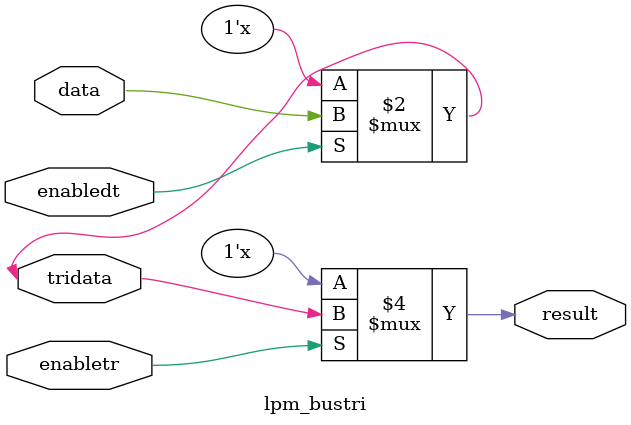
<source format=v>
module lpm_bustri (
// INTERFACE BEGIN
	data,        // data input
        tridata,     // tristate data
	enabledt,    // data enable
	enabletr,    // tristate enable
	result       // output
);
// INTERFACE END
//// default parameters ////

parameter lpm_type = "lpm_bustri";
parameter lpm_width = 1;
parameter lpm_hint = "UNUSED";

//// constants ////
//// port declarations ////

input  [lpm_width-1:0] data;
input  enabledt;
input  enabletr;
output [lpm_width-1:0] result;
inout  [lpm_width-1:0] tridata;

//// nets/registers ////

// IMPLEMENTATION BEGIN
/////////////////// net assignments ////////////////////
assign tridata = (enabledt == 1'b0) ? {lpm_width{1'bz}} : data;

assign result  = (enabletr == 1'b0) ? {lpm_width{1'bz}} : tridata;

// IMPLEMENTATION END
endmodule
// MODEL END

</source>
